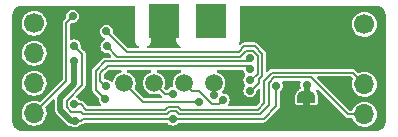
<source format=gbr>
%TF.GenerationSoftware,KiCad,Pcbnew,6.0.2+dfsg-1*%
%TF.CreationDate,2023-02-09T12:57:16+13:00*%
%TF.ProjectId,BRAWN-100_LOGIC,42524157-4e2d-4313-9030-5f4c4f474943,v1.0*%
%TF.SameCoordinates,Original*%
%TF.FileFunction,Copper,L4,Bot*%
%TF.FilePolarity,Positive*%
%FSLAX46Y46*%
G04 Gerber Fmt 4.6, Leading zero omitted, Abs format (unit mm)*
G04 Created by KiCad (PCBNEW 6.0.2+dfsg-1) date 2023-02-09 12:57:16*
%MOMM*%
%LPD*%
G01*
G04 APERTURE LIST*
G04 Aperture macros list*
%AMFreePoly0*
4,1,22,0.500000,-0.750000,0.000000,-0.750000,0.000000,-0.745033,-0.079941,-0.743568,-0.215256,-0.701293,-0.333266,-0.622738,-0.424486,-0.514219,-0.481581,-0.384460,-0.499164,-0.250000,-0.500000,-0.250000,-0.500000,0.250000,-0.499164,0.250000,-0.499963,0.256109,-0.478152,0.396186,-0.417904,0.524511,-0.324060,0.630769,-0.204165,0.706417,-0.067858,0.745374,0.000000,0.744959,0.000000,0.750000,
0.500000,0.750000,0.500000,-0.750000,0.500000,-0.750000,$1*%
%AMFreePoly1*
4,1,20,0.000000,0.744959,0.073905,0.744508,0.209726,0.703889,0.328688,0.626782,0.421226,0.519385,0.479903,0.390333,0.500000,0.250000,0.500000,-0.250000,0.499851,-0.262216,0.476331,-0.402017,0.414519,-0.529596,0.319384,-0.634700,0.198574,-0.708877,0.061801,-0.746166,0.000000,-0.745033,0.000000,-0.750000,-0.500000,-0.750000,-0.500000,0.750000,0.000000,0.750000,0.000000,0.744959,
0.000000,0.744959,$1*%
G04 Aperture macros list end*
%TA.AperFunction,SMDPad,CuDef*%
%ADD10C,1.500000*%
%TD*%
%TA.AperFunction,ConnectorPad*%
%ADD11R,2.500000X3.000000*%
%TD*%
%TA.AperFunction,ComponentPad*%
%ADD12C,1.400000*%
%TD*%
%TA.AperFunction,ComponentPad*%
%ADD13C,1.700000*%
%TD*%
%TA.AperFunction,ComponentPad*%
%ADD14O,1.700000X1.700000*%
%TD*%
%TA.AperFunction,SMDPad,CuDef*%
%ADD15FreePoly0,90.000000*%
%TD*%
%TA.AperFunction,SMDPad,CuDef*%
%ADD16FreePoly1,90.000000*%
%TD*%
%TA.AperFunction,ViaPad*%
%ADD17C,0.700000*%
%TD*%
%TA.AperFunction,Conductor*%
%ADD18C,0.200000*%
%TD*%
%TA.AperFunction,Conductor*%
%ADD19C,0.300000*%
%TD*%
%TA.AperFunction,Conductor*%
%ADD20C,0.500000*%
%TD*%
G04 APERTURE END LIST*
%TO.C,JP1*%
G36*
X209390247Y-153314866D02*
G01*
X208790247Y-153314866D01*
X208790247Y-152814866D01*
X209390247Y-152814866D01*
X209390247Y-153314866D01*
G37*
%TD*%
D10*
%TO.P,TP1,1,1*%
%TO.N,+3V3*%
X201270000Y-151270000D03*
%TD*%
%TO.P,TP2,1,1*%
%TO.N,/nRST*%
X198730000Y-151270000D03*
%TD*%
%TO.P,TP3,1,1*%
%TO.N,/SWDCLK*%
X196190000Y-151270000D03*
%TD*%
%TO.P,TP4,1,1*%
%TO.N,/SWDIO*%
X193665000Y-151270000D03*
%TD*%
D11*
%TO.P,H2,1,1*%
%TO.N,Net-(H2-Pad1)*%
X201000000Y-146000000D03*
D12*
X201000000Y-146000000D03*
%TD*%
D13*
%TO.P,J2,1,Pin_1*%
%TO.N,/MOTOR-*%
X186030000Y-146190000D03*
D14*
%TO.P,J2,2,Pin_2*%
%TO.N,/GATE_N1*%
X186030000Y-148730000D03*
%TO.P,J2,3,Pin_3*%
%TO.N,/MOTOR+*%
X186030000Y-151270000D03*
%TO.P,J2,4,Pin_4*%
%TO.N,/GATE_N2*%
X186030000Y-153810000D03*
%TD*%
D13*
%TO.P,J1,1,Pin_1*%
%TO.N,+BATT*%
X213995000Y-146290000D03*
D14*
%TO.P,J1,2,Pin_2*%
%TO.N,GND*%
X213995000Y-148830000D03*
%TO.P,J1,3,Pin_3*%
%TO.N,/GATE_P1*%
X213995000Y-151370000D03*
%TO.P,J1,4,Pin_4*%
%TO.N,/GATE_P2*%
X213995000Y-153910000D03*
%TD*%
D12*
%TO.P,H1,1,1*%
%TO.N,GND*%
X197000000Y-146000000D03*
D11*
X197000000Y-146000000D03*
%TD*%
D15*
%TO.P,JP1,1,A*%
%TO.N,GND*%
X209090247Y-153714866D03*
D16*
%TO.P,JP1,2,B*%
%TO.N,Net-(JP1-Pad2)*%
X209090247Y-152414866D03*
%TD*%
D17*
%TO.N,GND*%
X190550000Y-146775000D03*
X215200000Y-152625000D03*
X215125000Y-150075000D03*
X215150000Y-147675000D03*
X184700000Y-152600000D03*
X184750000Y-150075000D03*
X184800000Y-147450000D03*
X190775000Y-149725000D03*
X205925000Y-148450000D03*
X204425000Y-147450000D03*
X209450000Y-149750000D03*
X211300000Y-147600000D03*
X209950000Y-147600000D03*
X209900000Y-146350000D03*
X211300000Y-146200000D03*
X210150000Y-145050000D03*
X211200000Y-145050000D03*
X211250000Y-151050000D03*
X212275000Y-152250000D03*
X211700000Y-154946365D03*
X213050000Y-154950000D03*
X190450000Y-154949989D03*
X191747168Y-154952832D03*
X190425000Y-152350000D03*
%TO.N,/FET_N2*%
X192150000Y-146875000D03*
%TO.N,/FET_P2*%
X192200000Y-148150000D03*
%TO.N,/FET_P1*%
X192075000Y-152652450D03*
%TO.N,/FET_N1*%
X192100000Y-151500000D03*
%TO.N,GND*%
X194950000Y-150625000D03*
X197464976Y-150972644D03*
%TO.N,+3V3*%
X201244141Y-152275609D03*
%TO.N,/SWDIO*%
X199972881Y-152852432D03*
%TO.N,/SWDCLK*%
X197752122Y-152156781D03*
%TO.N,/nRST*%
X202036964Y-152700500D03*
%TO.N,/FET_P1*%
X204275000Y-149175000D03*
%TO.N,/FET_P2*%
X204300000Y-151000497D03*
%TO.N,/FET_N2*%
X204300000Y-151900000D03*
%TO.N,GND*%
X203727358Y-152652449D03*
%TO.N,/FET_N1*%
X204300000Y-150100994D03*
%TO.N,/GATE_P2*%
X189417803Y-148114866D03*
%TO.N,/GATE_P1*%
X189450000Y-153051969D03*
%TO.N,/GATE_N2*%
X189305113Y-145600000D03*
%TO.N,GND*%
X192490247Y-145589866D03*
X208796613Y-154955962D03*
X207840247Y-151439866D03*
X192490247Y-150639866D03*
X205497111Y-154950000D03*
X196200000Y-154950000D03*
X209750000Y-154950000D03*
X211315247Y-149739866D03*
X204275000Y-154950000D03*
%TO.N,+12V*%
X206540247Y-151489866D03*
X189440247Y-149414866D03*
X197775000Y-154300972D03*
X189490247Y-154439866D03*
%TO.N,Net-(JP1-Pad2)*%
X209115247Y-151439866D03*
%TD*%
D18*
%TO.N,/SWDCLK*%
X197752122Y-152156781D02*
X197076781Y-152156781D01*
X197076781Y-152156781D02*
X196190000Y-151270000D01*
%TO.N,/SWDIO*%
X199972881Y-152852432D02*
X195247432Y-152852432D01*
X195247432Y-152852432D02*
X193665000Y-151270000D01*
%TO.N,/GATE_P1*%
X205491217Y-151055342D02*
X206155724Y-150390835D01*
X205491216Y-152958784D02*
X205491217Y-151055342D01*
X204948551Y-153501449D02*
X205491216Y-152958784D01*
X206155724Y-150390835D02*
X213015835Y-150390835D01*
X213015835Y-150390835D02*
X213995000Y-151370000D01*
X203258832Y-153501449D02*
X204948551Y-153501449D01*
X203258321Y-153501960D02*
X203258832Y-153501449D01*
X198459542Y-153501960D02*
X203258321Y-153501960D01*
X197090969Y-153501449D02*
X197340465Y-153251953D01*
X197340465Y-153251953D02*
X198209535Y-153251953D01*
X198209535Y-153251953D02*
X198459542Y-153501960D01*
X190426449Y-153501449D02*
X197090969Y-153501449D01*
X189976969Y-153051969D02*
X190426449Y-153501449D01*
X189450000Y-153051969D02*
X189976969Y-153051969D01*
%TO.N,/GATE_P2*%
X197255972Y-153901452D02*
X197505963Y-153651461D01*
X203423807Y-153901480D02*
X203424318Y-153900969D01*
X196710466Y-153901452D02*
X197255972Y-153901452D01*
X190200969Y-153900969D02*
X196709983Y-153900969D01*
X196709983Y-153900969D02*
X196710466Y-153901452D01*
X190001481Y-153701481D02*
X190200969Y-153900969D01*
X190100000Y-148797063D02*
X190100000Y-151450000D01*
X198044037Y-153651461D02*
X198294056Y-153901480D01*
X189176481Y-153701481D02*
X190001481Y-153701481D01*
X188800000Y-153325000D02*
X189176481Y-153701481D01*
X188800000Y-152750000D02*
X188800000Y-153325000D01*
X197505963Y-153651461D02*
X198044037Y-153651461D01*
X190100000Y-151450000D02*
X188800000Y-152750000D01*
X189417803Y-148114866D02*
X190100000Y-148797063D01*
X198294056Y-153901480D02*
X203423807Y-153901480D01*
X205890736Y-153157126D02*
X205890736Y-151220829D01*
X203424318Y-153900969D02*
X203755291Y-153900970D01*
X209472307Y-150790355D02*
X212591952Y-153910000D01*
X203755291Y-153900970D02*
X205150000Y-153900969D01*
X205150000Y-153900969D02*
X205150000Y-153897862D01*
X205150000Y-153897862D02*
X205890736Y-153157126D01*
X205890736Y-151220829D02*
X206321210Y-150790355D01*
X206321210Y-150790355D02*
X209472307Y-150790355D01*
X212591952Y-153910000D02*
X213995000Y-153910000D01*
%TO.N,+12V*%
X197775000Y-154300972D02*
X197775028Y-154301000D01*
X203589293Y-154301000D02*
X203589804Y-154300489D01*
X205474511Y-154300489D02*
X206540247Y-153234753D01*
X197775028Y-154301000D02*
X203589293Y-154301000D01*
X203589804Y-154300489D02*
X205474511Y-154300489D01*
X206540247Y-153234753D02*
X206540247Y-151489866D01*
X197775000Y-154300972D02*
X196544980Y-154300972D01*
X196544980Y-154300972D02*
X196544497Y-154300489D01*
X196544497Y-154300489D02*
X190177737Y-154300489D01*
X190177737Y-154300489D02*
X190038360Y-154439866D01*
X190038360Y-154439866D02*
X189490247Y-154439866D01*
%TO.N,/nRST*%
X199410000Y-151950000D02*
X198730000Y-151270000D01*
X200000000Y-151950000D02*
X199410000Y-151950000D01*
X201102429Y-153052429D02*
X200000000Y-151950000D01*
X201697571Y-153052429D02*
X201102429Y-153052429D01*
X202036964Y-152713036D02*
X201697571Y-153052429D01*
X202036964Y-152700500D02*
X202036964Y-152713036D01*
%TO.N,/FET_N2*%
X192150000Y-146875000D02*
X193900951Y-148625951D01*
X193900951Y-148625951D02*
X203340495Y-148625951D01*
X203340495Y-148625951D02*
X203840476Y-148125970D01*
X203840476Y-148125970D02*
X204709522Y-148125970D01*
X205041697Y-150939856D02*
X205041697Y-151248059D01*
X205041697Y-151248059D02*
X204389756Y-151900000D01*
X204709522Y-148125970D02*
X205349030Y-148765476D01*
X205349030Y-148765476D02*
X205349031Y-150632522D01*
X205349031Y-150632522D02*
X205041697Y-150939856D01*
X204389756Y-151900000D02*
X204300000Y-151900000D01*
%TO.N,/FET_P2*%
X204300000Y-151000497D02*
X204416050Y-151000497D01*
X204416050Y-151000497D02*
X204949511Y-150467036D01*
X204949511Y-150467036D02*
X204949511Y-148930963D01*
X204949511Y-148930963D02*
X204544037Y-148525489D01*
X204544037Y-148525489D02*
X204005963Y-148525489D01*
X204005963Y-148525489D02*
X203505981Y-149025471D01*
X203505981Y-149025471D02*
X193075471Y-149025471D01*
X193075471Y-149025471D02*
X192200000Y-148150000D01*
%TO.N,/FET_P1*%
X204275000Y-149175000D02*
X204025009Y-149424991D01*
X204025009Y-149424991D02*
X192050009Y-149424991D01*
X192050009Y-149424991D02*
X191250480Y-150224520D01*
X191250480Y-150224520D02*
X191250480Y-151215486D01*
X191250480Y-151215486D02*
X191250000Y-151215966D01*
X191250000Y-151215966D02*
X191250000Y-151827450D01*
X191250000Y-151827450D02*
X192075000Y-152652450D01*
%TO.N,/FET_N1*%
X204300000Y-150100994D02*
X204300000Y-150100000D01*
X204300000Y-150100000D02*
X204024511Y-149824511D01*
X191650000Y-151050000D02*
X192100000Y-151500000D01*
X204024511Y-149824511D02*
X192250489Y-149824511D01*
X192250489Y-149824511D02*
X191650000Y-150425000D01*
X191650000Y-150425000D02*
X191650000Y-151050000D01*
D19*
%TO.N,/FET_P2*%
X204300000Y-151000497D02*
X204345339Y-151000497D01*
%TO.N,+3V3*%
X201244141Y-152275609D02*
X201270000Y-152249750D01*
X201270000Y-152249750D02*
X201270000Y-151270000D01*
D18*
%TO.N,/GATE_N2*%
X188768292Y-148383903D02*
X188768292Y-146136821D01*
X186030000Y-153810000D02*
X188775000Y-151065000D01*
X188775000Y-151065000D02*
X188775000Y-148390611D01*
X188768292Y-146136821D02*
X189305113Y-145600000D01*
X188775000Y-148390611D02*
X188768292Y-148383903D01*
D20*
%TO.N,+12V*%
X189440247Y-149414866D02*
X189440247Y-151332615D01*
X188250480Y-153552618D02*
X189137728Y-154439866D01*
X189137728Y-154439866D02*
X189490247Y-154439866D01*
X188250481Y-152522381D02*
X188250480Y-153552618D01*
X189440247Y-151332615D02*
X188250481Y-152522381D01*
%TO.N,Net-(JP1-Pad2)*%
X209115247Y-151439866D02*
X209115247Y-152389866D01*
%TD*%
%TA.AperFunction,Conductor*%
%TO.N,GND*%
G36*
X194492121Y-144720002D02*
G01*
X194538614Y-144773658D01*
X194550000Y-144826000D01*
X194550000Y-147462688D01*
X194546746Y-147491137D01*
X194544858Y-147499284D01*
X194544857Y-147500000D01*
X194546439Y-147506937D01*
X194546602Y-147508391D01*
X194548726Y-147521460D01*
X194560129Y-147637224D01*
X194561924Y-147643140D01*
X194561924Y-147643142D01*
X194571614Y-147675087D01*
X194600155Y-147769175D01*
X194633035Y-147830688D01*
X194659395Y-147880004D01*
X194665155Y-147890781D01*
X194669080Y-147895564D01*
X194669081Y-147895565D01*
X194690186Y-147921281D01*
X194752631Y-147997369D01*
X194859219Y-148084845D01*
X194865739Y-148088330D01*
X194866191Y-148088774D01*
X194869825Y-148091202D01*
X194869364Y-148091891D01*
X194916386Y-148138082D01*
X194932095Y-148207319D01*
X194907879Y-148274057D01*
X194851425Y-148317109D01*
X194806341Y-148325451D01*
X194077613Y-148325451D01*
X194009492Y-148305449D01*
X193988518Y-148288546D01*
X192734031Y-147034059D01*
X192700005Y-146971747D01*
X192698204Y-146928517D01*
X192704172Y-146883187D01*
X192705250Y-146875000D01*
X192686330Y-146731291D01*
X192630861Y-146597375D01*
X192542621Y-146482379D01*
X192427625Y-146394139D01*
X192293709Y-146338670D01*
X192150000Y-146319750D01*
X192006291Y-146338670D01*
X191872375Y-146394139D01*
X191757379Y-146482379D01*
X191669139Y-146597375D01*
X191613670Y-146731291D01*
X191594750Y-146875000D01*
X191613670Y-147018709D01*
X191669139Y-147152625D01*
X191757379Y-147267621D01*
X191872375Y-147355861D01*
X191880002Y-147359020D01*
X191880007Y-147359023D01*
X191994499Y-147406446D01*
X192049781Y-147450994D01*
X192072202Y-147518357D01*
X192054644Y-147587148D01*
X192002682Y-147635527D01*
X191994500Y-147639264D01*
X191985138Y-147643142D01*
X191922375Y-147669139D01*
X191807379Y-147757379D01*
X191719139Y-147872375D01*
X191663670Y-148006291D01*
X191644750Y-148150000D01*
X191663670Y-148293709D01*
X191719139Y-148427625D01*
X191807379Y-148542621D01*
X191922375Y-148630861D01*
X192056291Y-148686330D01*
X192200000Y-148705250D01*
X192253519Y-148698204D01*
X192323667Y-148709143D01*
X192359060Y-148734031D01*
X192534425Y-148909396D01*
X192568451Y-148971708D01*
X192563386Y-149042523D01*
X192520839Y-149099359D01*
X192454319Y-149124170D01*
X192445330Y-149124491D01*
X192102379Y-149124491D01*
X192099704Y-149124295D01*
X192094667Y-149122565D01*
X192045739Y-149124402D01*
X192041012Y-149124491D01*
X192022061Y-149124491D01*
X192017328Y-149125373D01*
X192013801Y-149125601D01*
X191994429Y-149126328D01*
X191994427Y-149126329D01*
X191982801Y-149126765D01*
X191972109Y-149131359D01*
X191967506Y-149132396D01*
X191955795Y-149135953D01*
X191951392Y-149137652D01*
X191939956Y-149139782D01*
X191918970Y-149152718D01*
X191902598Y-149161222D01*
X191888118Y-149167443D01*
X191888113Y-149167446D01*
X191879946Y-149170955D01*
X191875060Y-149174968D01*
X191872877Y-149177151D01*
X191870601Y-149179215D01*
X191870455Y-149179054D01*
X191861469Y-149186157D01*
X191854562Y-149192420D01*
X191844661Y-149198523D01*
X191837622Y-149207780D01*
X191837620Y-149207782D01*
X191828102Y-149220300D01*
X191816899Y-149233130D01*
X191075028Y-149975001D01*
X191072994Y-149976757D01*
X191068211Y-149979095D01*
X191060299Y-149987624D01*
X191060298Y-149987625D01*
X191034907Y-150014997D01*
X191031627Y-150018402D01*
X191018232Y-150031797D01*
X191015508Y-150035767D01*
X191013183Y-150038415D01*
X190999988Y-150052639D01*
X190999986Y-150052642D01*
X190992079Y-150061166D01*
X190987769Y-150071970D01*
X190985247Y-150075959D01*
X190979486Y-150086747D01*
X190977569Y-150091072D01*
X190970988Y-150100666D01*
X190968302Y-150111985D01*
X190968301Y-150111987D01*
X190965297Y-150124647D01*
X190959732Y-150142244D01*
X190953892Y-150156882D01*
X190950597Y-150165142D01*
X190949980Y-150171435D01*
X190949980Y-150174514D01*
X190949830Y-150177587D01*
X190949614Y-150177576D01*
X190948282Y-150188951D01*
X190947826Y-150198266D01*
X190945140Y-150209586D01*
X190946709Y-150221115D01*
X190946709Y-150221116D01*
X190948829Y-150236693D01*
X190949980Y-150253684D01*
X190949980Y-151153062D01*
X190949830Y-151159214D01*
X190949801Y-151159814D01*
X190949500Y-151162881D01*
X190949500Y-151165965D01*
X190949350Y-151169033D01*
X190949134Y-151169022D01*
X190947802Y-151180397D01*
X190947346Y-151189712D01*
X190944660Y-151201032D01*
X190946229Y-151212561D01*
X190946229Y-151212562D01*
X190948349Y-151228139D01*
X190949500Y-151245130D01*
X190949500Y-151775084D01*
X190949304Y-151777757D01*
X190947575Y-151782792D01*
X190948011Y-151794414D01*
X190948011Y-151794416D01*
X190949411Y-151831705D01*
X190949500Y-151836431D01*
X190949500Y-151855398D01*
X190950382Y-151860133D01*
X190950610Y-151863659D01*
X190951774Y-151894658D01*
X190956364Y-151905343D01*
X190957401Y-151909943D01*
X190960962Y-151921664D01*
X190962661Y-151926067D01*
X190964791Y-151937503D01*
X190970895Y-151947405D01*
X190977727Y-151958489D01*
X190986231Y-151974861D01*
X190992451Y-151989338D01*
X190992453Y-151989342D01*
X190995964Y-151997513D01*
X190999978Y-152002399D01*
X191002163Y-152004584D01*
X191004215Y-152006847D01*
X191004055Y-152006992D01*
X191011175Y-152015999D01*
X191017427Y-152022894D01*
X191023532Y-152032798D01*
X191037881Y-152043709D01*
X191045307Y-152049356D01*
X191058136Y-152060557D01*
X191490970Y-152493392D01*
X191524995Y-152555704D01*
X191526796Y-152598931D01*
X191519750Y-152652450D01*
X191538670Y-152796159D01*
X191594139Y-152930075D01*
X191646448Y-152998245D01*
X191672049Y-153064465D01*
X191657784Y-153134014D01*
X191608183Y-153184810D01*
X191546486Y-153200949D01*
X190603112Y-153200949D01*
X190534991Y-153180947D01*
X190514017Y-153164045D01*
X190226485Y-152876514D01*
X190224732Y-152874484D01*
X190222394Y-152869700D01*
X190206550Y-152855002D01*
X190186492Y-152836396D01*
X190183087Y-152833116D01*
X190169692Y-152819721D01*
X190165722Y-152816997D01*
X190163074Y-152814672D01*
X190148850Y-152801477D01*
X190148847Y-152801475D01*
X190140323Y-152793568D01*
X190129519Y-152789258D01*
X190125530Y-152786736D01*
X190114742Y-152780975D01*
X190110417Y-152779058D01*
X190100823Y-152772477D01*
X190089504Y-152769791D01*
X190089502Y-152769790D01*
X190076842Y-152766786D01*
X190059245Y-152761221D01*
X190044607Y-152755381D01*
X190044604Y-152755380D01*
X190036347Y-152752086D01*
X190030054Y-152751469D01*
X190026975Y-152751469D01*
X190023902Y-152751319D01*
X190023913Y-152751103D01*
X190012538Y-152749771D01*
X190003223Y-152749315D01*
X189991903Y-152746629D01*
X189980374Y-152748198D01*
X189968757Y-152747630D01*
X189968947Y-152743752D01*
X189919615Y-152736274D01*
X189872869Y-152698768D01*
X189842621Y-152659348D01*
X189727625Y-152571108D01*
X189719998Y-152567949D01*
X189719993Y-152567946D01*
X189672909Y-152548444D01*
X189617628Y-152503896D01*
X189595206Y-152436533D01*
X189612764Y-152367742D01*
X189632031Y-152342940D01*
X190275452Y-151699519D01*
X190277486Y-151697763D01*
X190282269Y-151695425D01*
X190291801Y-151685150D01*
X190315573Y-151659523D01*
X190318853Y-151656118D01*
X190332248Y-151642723D01*
X190334972Y-151638753D01*
X190337297Y-151636105D01*
X190350490Y-151621882D01*
X190358401Y-151613354D01*
X190362713Y-151602547D01*
X190365232Y-151598562D01*
X190371004Y-151587753D01*
X190372911Y-151583448D01*
X190379493Y-151573854D01*
X190385186Y-151549864D01*
X190390751Y-151532268D01*
X190396586Y-151517642D01*
X190399883Y-151509378D01*
X190400500Y-151503085D01*
X190400500Y-151500000D01*
X190400650Y-151496933D01*
X190400866Y-151496944D01*
X190402198Y-151485569D01*
X190402653Y-151476255D01*
X190405340Y-151464934D01*
X190403342Y-151450249D01*
X190401651Y-151437827D01*
X190400500Y-151420836D01*
X190400500Y-148849429D01*
X190400696Y-148846756D01*
X190402425Y-148841721D01*
X190400589Y-148792807D01*
X190400500Y-148788081D01*
X190400500Y-148769115D01*
X190399619Y-148764380D01*
X190399390Y-148760853D01*
X190398662Y-148741478D01*
X190398226Y-148729854D01*
X190393634Y-148719167D01*
X190392595Y-148714555D01*
X190389043Y-148702863D01*
X190387339Y-148698446D01*
X190385209Y-148687010D01*
X190372272Y-148666022D01*
X190363769Y-148649652D01*
X190357549Y-148635175D01*
X190357547Y-148635171D01*
X190354036Y-148627000D01*
X190350022Y-148622114D01*
X190347837Y-148619929D01*
X190345785Y-148617666D01*
X190345945Y-148617521D01*
X190338825Y-148608514D01*
X190332573Y-148601619D01*
X190326468Y-148591715D01*
X190304680Y-148575147D01*
X190291861Y-148563953D01*
X190001834Y-148273926D01*
X189967808Y-148211614D01*
X189966007Y-148168384D01*
X189967350Y-148158188D01*
X189973053Y-148114866D01*
X189954133Y-147971157D01*
X189898664Y-147837241D01*
X189810424Y-147722245D01*
X189695428Y-147634005D01*
X189561512Y-147578536D01*
X189417803Y-147559616D01*
X189274094Y-147578536D01*
X189266460Y-147581698D01*
X189243009Y-147591411D01*
X189172419Y-147599000D01*
X189108932Y-147567220D01*
X189072706Y-147506161D01*
X189068792Y-147475002D01*
X189068792Y-146313482D01*
X189088794Y-146245361D01*
X189105697Y-146224387D01*
X189146053Y-146184031D01*
X189208365Y-146150005D01*
X189251593Y-146148204D01*
X189305113Y-146155250D01*
X189448822Y-146136330D01*
X189582738Y-146080861D01*
X189697734Y-145992621D01*
X189785974Y-145877625D01*
X189841443Y-145743709D01*
X189860363Y-145600000D01*
X189841443Y-145456291D01*
X189785974Y-145322375D01*
X189697734Y-145207379D01*
X189582738Y-145119139D01*
X189448822Y-145063670D01*
X189305113Y-145044750D01*
X189161404Y-145063670D01*
X189027488Y-145119139D01*
X188912492Y-145207379D01*
X188824252Y-145322375D01*
X188768783Y-145456291D01*
X188749863Y-145600000D01*
X188751350Y-145611290D01*
X188756909Y-145653518D01*
X188745970Y-145723667D01*
X188721082Y-145759060D01*
X188592840Y-145887302D01*
X188590806Y-145889058D01*
X188586023Y-145891396D01*
X188578111Y-145899925D01*
X188578110Y-145899926D01*
X188552719Y-145927298D01*
X188549439Y-145930703D01*
X188536044Y-145944098D01*
X188533320Y-145948068D01*
X188530995Y-145950716D01*
X188517800Y-145964940D01*
X188517798Y-145964943D01*
X188509891Y-145973467D01*
X188505581Y-145984271D01*
X188503059Y-145988260D01*
X188497298Y-145999048D01*
X188495381Y-146003373D01*
X188488800Y-146012967D01*
X188486114Y-146024286D01*
X188486113Y-146024288D01*
X188483109Y-146036948D01*
X188477544Y-146054545D01*
X188468409Y-146077443D01*
X188467792Y-146083736D01*
X188467792Y-146086815D01*
X188467642Y-146089888D01*
X188467426Y-146089877D01*
X188466094Y-146101252D01*
X188465638Y-146110567D01*
X188462952Y-146121887D01*
X188464521Y-146133416D01*
X188464521Y-146133417D01*
X188466641Y-146148994D01*
X188467792Y-146165985D01*
X188467792Y-148331537D01*
X188467596Y-148334210D01*
X188465867Y-148339245D01*
X188466303Y-148350867D01*
X188466303Y-148350869D01*
X188467703Y-148388158D01*
X188467792Y-148392884D01*
X188467792Y-148411851D01*
X188468674Y-148416586D01*
X188468902Y-148420112D01*
X188469629Y-148439486D01*
X188469630Y-148439489D01*
X188470066Y-148451111D01*
X188472444Y-148456646D01*
X188474500Y-148475119D01*
X188474500Y-150888339D01*
X188454498Y-150956460D01*
X188437595Y-150977434D01*
X186595734Y-152819295D01*
X186533422Y-152853321D01*
X186462607Y-152848256D01*
X186446717Y-152841039D01*
X186444480Y-152839830D01*
X186444478Y-152839829D01*
X186439055Y-152836897D01*
X186242254Y-152775977D01*
X186236129Y-152775333D01*
X186236128Y-152775333D01*
X186043498Y-152755087D01*
X186043496Y-152755087D01*
X186037369Y-152754443D01*
X185962889Y-152761221D01*
X185838342Y-152772555D01*
X185838339Y-152772556D01*
X185832203Y-152773114D01*
X185634572Y-152831280D01*
X185452002Y-152926726D01*
X185447201Y-152930586D01*
X185447198Y-152930588D01*
X185296254Y-153051950D01*
X185291447Y-153055815D01*
X185159024Y-153213630D01*
X185156056Y-153219028D01*
X185156053Y-153219033D01*
X185079322Y-153358607D01*
X185059776Y-153394162D01*
X184997484Y-153590532D01*
X184996798Y-153596649D01*
X184996797Y-153596653D01*
X184978950Y-153755768D01*
X184974520Y-153795262D01*
X184975036Y-153801406D01*
X184983861Y-153906494D01*
X184991759Y-154000553D01*
X184993458Y-154006478D01*
X185046707Y-154192178D01*
X185048544Y-154198586D01*
X185051359Y-154204063D01*
X185051360Y-154204066D01*
X185139897Y-154376341D01*
X185142712Y-154381818D01*
X185270677Y-154543270D01*
X185275370Y-154547264D01*
X185275371Y-154547265D01*
X185419310Y-154669766D01*
X185427564Y-154676791D01*
X185432942Y-154679797D01*
X185432944Y-154679798D01*
X185476308Y-154704033D01*
X185607398Y-154777297D01*
X185669481Y-154797469D01*
X185797471Y-154839056D01*
X185797475Y-154839057D01*
X185803329Y-154840959D01*
X186007894Y-154865351D01*
X186014029Y-154864879D01*
X186014031Y-154864879D01*
X186070039Y-154860569D01*
X186213300Y-154849546D01*
X186219230Y-154847890D01*
X186219232Y-154847890D01*
X186386249Y-154801258D01*
X186411725Y-154794145D01*
X186417214Y-154791372D01*
X186417220Y-154791370D01*
X186574069Y-154712139D01*
X186595610Y-154701258D01*
X186605026Y-154693902D01*
X186720831Y-154603425D01*
X186757951Y-154574424D01*
X186763576Y-154567908D01*
X186888540Y-154423134D01*
X186888540Y-154423133D01*
X186892564Y-154418472D01*
X186913387Y-154381818D01*
X186940840Y-154333491D01*
X186994323Y-154239344D01*
X187059351Y-154043863D01*
X187085171Y-153839474D01*
X187085583Y-153810000D01*
X187065480Y-153604970D01*
X187005935Y-153407749D01*
X187003043Y-153402310D01*
X187003041Y-153402305D01*
X186998083Y-153392980D01*
X186983764Y-153323442D01*
X187009313Y-153257202D01*
X187020240Y-153244733D01*
X187584886Y-152680087D01*
X187647198Y-152646061D01*
X187718013Y-152651126D01*
X187774849Y-152693673D01*
X187799660Y-152760193D01*
X187799981Y-152769176D01*
X187799980Y-153151950D01*
X187799980Y-153518398D01*
X187799107Y-153533207D01*
X187795116Y-153566928D01*
X187796808Y-153576192D01*
X187796808Y-153576193D01*
X187805652Y-153624619D01*
X187806302Y-153628522D01*
X187815031Y-153686580D01*
X187818159Y-153693093D01*
X187819455Y-153700191D01*
X187846505Y-153752265D01*
X187848248Y-153755755D01*
X187873671Y-153808697D01*
X187878557Y-153813983D01*
X187878590Y-153814031D01*
X187881901Y-153820406D01*
X187886205Y-153825446D01*
X187923432Y-153862673D01*
X187926861Y-153866238D01*
X187965626Y-153908174D01*
X187971985Y-153911867D01*
X187978143Y-153917384D01*
X188794975Y-154734216D01*
X188804829Y-154745305D01*
X188820021Y-154764575D01*
X188825856Y-154771976D01*
X188833603Y-154777331D01*
X188833605Y-154777332D01*
X188874103Y-154805321D01*
X188877325Y-154807623D01*
X188910988Y-154832487D01*
X188924544Y-154842500D01*
X188931360Y-154844893D01*
X188937297Y-154848997D01*
X188946277Y-154851837D01*
X188946279Y-154851838D01*
X188966445Y-154858216D01*
X188993247Y-154866692D01*
X188996978Y-154867937D01*
X189043465Y-154884262D01*
X189043467Y-154884262D01*
X189052359Y-154887385D01*
X189059547Y-154887667D01*
X189059606Y-154887678D01*
X189066458Y-154889846D01*
X189073065Y-154890366D01*
X189125742Y-154890366D01*
X189130687Y-154890463D01*
X189135474Y-154890651D01*
X189197958Y-154913238D01*
X189198920Y-154911571D01*
X189206068Y-154915698D01*
X189212622Y-154920727D01*
X189346538Y-154976196D01*
X189490247Y-154995116D01*
X189633956Y-154976196D01*
X189767872Y-154920727D01*
X189882868Y-154832487D01*
X189914790Y-154790885D01*
X189972127Y-154749018D01*
X190010026Y-154741678D01*
X190037723Y-154740639D01*
X190042616Y-154740455D01*
X190047341Y-154740366D01*
X190066308Y-154740366D01*
X190071043Y-154739484D01*
X190074569Y-154739256D01*
X190078309Y-154739115D01*
X190105568Y-154738092D01*
X190116253Y-154733502D01*
X190120853Y-154732465D01*
X190132574Y-154728904D01*
X190136977Y-154727205D01*
X190148413Y-154725075D01*
X190169401Y-154712138D01*
X190185771Y-154703635D01*
X190200248Y-154697415D01*
X190200252Y-154697413D01*
X190208423Y-154693902D01*
X190213309Y-154689888D01*
X190215494Y-154687703D01*
X190217757Y-154685651D01*
X190217902Y-154685811D01*
X190226909Y-154678691D01*
X190233804Y-154672439D01*
X190243708Y-154666334D01*
X190255581Y-154650720D01*
X190312736Y-154608604D01*
X190355876Y-154600989D01*
X196482014Y-154600989D01*
X196488166Y-154601139D01*
X196488830Y-154601171D01*
X196491895Y-154601472D01*
X196494978Y-154601472D01*
X196498047Y-154601622D01*
X196498036Y-154601838D01*
X196509411Y-154603170D01*
X196518726Y-154603626D01*
X196530046Y-154606312D01*
X196541575Y-154604743D01*
X196541576Y-154604743D01*
X196557153Y-154602623D01*
X196574144Y-154601472D01*
X197249556Y-154601472D01*
X197317677Y-154621474D01*
X197349518Y-154650768D01*
X197364096Y-154669766D01*
X197382379Y-154693593D01*
X197497375Y-154781833D01*
X197631291Y-154837302D01*
X197775000Y-154856222D01*
X197918709Y-154837302D01*
X198052625Y-154781833D01*
X198167621Y-154693593D01*
X198200462Y-154650794D01*
X198257800Y-154608928D01*
X198300423Y-154601500D01*
X203536927Y-154601500D01*
X203539600Y-154601696D01*
X203544635Y-154603425D01*
X203556257Y-154602989D01*
X203556259Y-154602989D01*
X203593548Y-154601589D01*
X203598274Y-154601500D01*
X203617241Y-154601500D01*
X203619067Y-154601160D01*
X203622775Y-154600989D01*
X205422145Y-154600989D01*
X205424818Y-154601185D01*
X205429853Y-154602914D01*
X205441475Y-154602478D01*
X205441477Y-154602478D01*
X205478766Y-154601078D01*
X205483492Y-154600989D01*
X205502459Y-154600989D01*
X205507194Y-154600107D01*
X205510720Y-154599879D01*
X205514460Y-154599738D01*
X205541719Y-154598715D01*
X205552404Y-154594125D01*
X205557004Y-154593088D01*
X205568725Y-154589527D01*
X205573128Y-154587828D01*
X205584564Y-154585698D01*
X205605552Y-154572761D01*
X205621922Y-154564258D01*
X205636399Y-154558038D01*
X205636403Y-154558036D01*
X205644574Y-154554525D01*
X205649460Y-154550511D01*
X205651645Y-154548326D01*
X205653908Y-154546274D01*
X205654053Y-154546434D01*
X205663060Y-154539314D01*
X205669955Y-154533062D01*
X205679859Y-154526957D01*
X205696427Y-154505169D01*
X205707621Y-154492350D01*
X206715703Y-153484269D01*
X206717734Y-153482515D01*
X206722516Y-153480178D01*
X206755807Y-153444290D01*
X206759087Y-153440885D01*
X206772495Y-153427477D01*
X206775225Y-153423498D01*
X206777533Y-153420869D01*
X206798648Y-153398107D01*
X206802959Y-153387300D01*
X206805485Y-153383305D01*
X206811248Y-153372511D01*
X206813159Y-153368199D01*
X206819739Y-153358607D01*
X206825430Y-153334626D01*
X206830995Y-153317029D01*
X206836835Y-153302391D01*
X206836836Y-153302388D01*
X206840130Y-153294131D01*
X206840747Y-153287838D01*
X206840747Y-153284759D01*
X206840897Y-153281686D01*
X206841113Y-153281697D01*
X206842445Y-153270322D01*
X206842901Y-153261007D01*
X206845587Y-153249687D01*
X206841898Y-153222580D01*
X206840747Y-153205589D01*
X206840747Y-152015310D01*
X206860749Y-151947189D01*
X206890043Y-151915348D01*
X206926318Y-151887513D01*
X206932868Y-151882487D01*
X207021108Y-151767491D01*
X207076577Y-151633575D01*
X207095497Y-151489866D01*
X207076577Y-151346157D01*
X207042991Y-151265072D01*
X207035402Y-151194483D01*
X207067181Y-151130996D01*
X207128239Y-151094769D01*
X207159400Y-151090855D01*
X208475383Y-151090855D01*
X208543504Y-151110857D01*
X208589997Y-151164513D01*
X208600101Y-151234787D01*
X208591792Y-151265072D01*
X208582079Y-151288523D01*
X208578917Y-151296157D01*
X208559997Y-151439866D01*
X208578917Y-151583575D01*
X208582078Y-151591206D01*
X208593746Y-151619377D01*
X208601334Y-151689967D01*
X208569553Y-151753454D01*
X208529487Y-151782294D01*
X208525343Y-151784178D01*
X208487557Y-151801358D01*
X208487553Y-151801360D01*
X208483478Y-151803213D01*
X208465635Y-151814624D01*
X208438926Y-151831705D01*
X208434649Y-151834440D01*
X208431257Y-151837363D01*
X208431254Y-151837365D01*
X208340052Y-151915950D01*
X208326148Y-151927930D01*
X208323209Y-151931299D01*
X208323205Y-151931303D01*
X208309821Y-151946646D01*
X208288045Y-151971608D01*
X208285602Y-151975376D01*
X208285602Y-151975377D01*
X208280574Y-151983134D01*
X208210145Y-152091793D01*
X208185833Y-152144411D01*
X208184548Y-152148709D01*
X208184545Y-152148716D01*
X208152659Y-152255340D01*
X208144797Y-152281629D01*
X208136230Y-152338952D01*
X208136054Y-152367742D01*
X208135452Y-152466361D01*
X208135355Y-152482173D01*
X208135694Y-152484646D01*
X208135819Y-152488501D01*
X208135819Y-152914866D01*
X208151380Y-152993097D01*
X208195695Y-153059418D01*
X208262016Y-153103733D01*
X208274185Y-153106154D01*
X208274186Y-153106154D01*
X208297710Y-153110833D01*
X208340247Y-153119294D01*
X208775727Y-153119294D01*
X208795110Y-153120794D01*
X208796614Y-153121028D01*
X208802626Y-153121964D01*
X208807092Y-153122019D01*
X208807097Y-153122019D01*
X208834205Y-153122350D01*
X208860582Y-153122672D01*
X208865024Y-153122091D01*
X208865027Y-153122091D01*
X208878278Y-153120358D01*
X208894615Y-153119294D01*
X209275727Y-153119294D01*
X209295110Y-153120794D01*
X209296614Y-153121028D01*
X209302626Y-153121964D01*
X209307092Y-153122019D01*
X209307097Y-153122019D01*
X209334205Y-153122350D01*
X209360582Y-153122672D01*
X209365024Y-153122091D01*
X209365027Y-153122091D01*
X209378278Y-153120358D01*
X209394615Y-153119294D01*
X209840247Y-153119294D01*
X209882784Y-153110833D01*
X209906308Y-153106154D01*
X209906309Y-153106154D01*
X209918478Y-153103733D01*
X209984799Y-153059418D01*
X210029114Y-152993097D01*
X210044675Y-152914866D01*
X210044675Y-152424711D01*
X210044696Y-152422402D01*
X210045828Y-152360650D01*
X210045910Y-152356177D01*
X210041979Y-152324622D01*
X210039298Y-152303095D01*
X210039297Y-152303091D01*
X210038745Y-152298658D01*
X210001072Y-152160478D01*
X209996550Y-152150027D01*
X209979834Y-152111400D01*
X209979832Y-152111397D01*
X209978053Y-152107285D01*
X209947354Y-152057286D01*
X209922825Y-152017337D01*
X209904227Y-151948820D01*
X209925624Y-151881125D01*
X209980224Y-151835744D01*
X210050691Y-151827086D01*
X210119295Y-151862314D01*
X211235105Y-152978125D01*
X212342436Y-154085456D01*
X212344190Y-154087487D01*
X212346527Y-154092269D01*
X212355056Y-154100181D01*
X212355057Y-154100182D01*
X212382415Y-154125560D01*
X212385820Y-154128840D01*
X212399228Y-154142248D01*
X212403207Y-154144978D01*
X212405836Y-154147286D01*
X212428598Y-154168401D01*
X212439405Y-154172712D01*
X212443400Y-154175238D01*
X212454194Y-154181001D01*
X212458506Y-154182912D01*
X212468098Y-154189492D01*
X212479415Y-154192178D01*
X212479416Y-154192178D01*
X212492079Y-154195183D01*
X212509676Y-154200748D01*
X212524314Y-154206588D01*
X212524317Y-154206589D01*
X212532574Y-154209883D01*
X212538867Y-154210500D01*
X212541946Y-154210500D01*
X212545019Y-154210650D01*
X212545008Y-154210866D01*
X212556383Y-154212198D01*
X212565698Y-154212654D01*
X212577018Y-154215340D01*
X212588547Y-154213771D01*
X212588548Y-154213771D01*
X212604125Y-154211651D01*
X212621116Y-154210500D01*
X212893686Y-154210500D01*
X212961807Y-154230502D01*
X213010840Y-154290121D01*
X213011843Y-154292655D01*
X213013544Y-154298586D01*
X213072403Y-154413114D01*
X213098325Y-154463552D01*
X213107712Y-154481818D01*
X213235677Y-154643270D01*
X213240370Y-154647264D01*
X213240371Y-154647265D01*
X213352027Y-154742291D01*
X213392564Y-154776791D01*
X213397942Y-154779797D01*
X213397944Y-154779798D01*
X213447731Y-154807623D01*
X213572398Y-154877297D01*
X213667238Y-154908112D01*
X213762471Y-154939056D01*
X213762475Y-154939057D01*
X213768329Y-154940959D01*
X213972894Y-154965351D01*
X213979029Y-154964879D01*
X213979031Y-154964879D01*
X214035039Y-154960569D01*
X214178300Y-154949546D01*
X214184230Y-154947890D01*
X214184232Y-154947890D01*
X214370797Y-154895800D01*
X214370796Y-154895800D01*
X214376725Y-154894145D01*
X214382214Y-154891372D01*
X214382220Y-154891370D01*
X214548009Y-154807623D01*
X214560610Y-154801258D01*
X214569551Y-154794273D01*
X214646420Y-154734216D01*
X214722951Y-154674424D01*
X214728544Y-154667945D01*
X214853540Y-154523134D01*
X214853540Y-154523133D01*
X214857564Y-154518472D01*
X214862132Y-154510432D01*
X214896056Y-154450714D01*
X214959323Y-154339344D01*
X215024351Y-154143863D01*
X215050171Y-153939474D01*
X215050583Y-153910000D01*
X215030480Y-153704970D01*
X214970935Y-153507749D01*
X214874218Y-153325849D01*
X214776136Y-153205589D01*
X214747906Y-153170975D01*
X214747903Y-153170972D01*
X214744011Y-153166200D01*
X214737173Y-153160543D01*
X214590025Y-153038811D01*
X214590021Y-153038809D01*
X214585275Y-153034882D01*
X214404055Y-152936897D01*
X214207254Y-152875977D01*
X214201129Y-152875333D01*
X214201128Y-152875333D01*
X214008498Y-152855087D01*
X214008496Y-152855087D01*
X214002369Y-152854443D01*
X213921670Y-152861787D01*
X213803342Y-152872555D01*
X213803339Y-152872556D01*
X213797203Y-152873114D01*
X213599572Y-152931280D01*
X213417002Y-153026726D01*
X213412201Y-153030586D01*
X213412198Y-153030588D01*
X213286160Y-153131925D01*
X213256447Y-153155815D01*
X213124024Y-153313630D01*
X213121056Y-153319028D01*
X213121053Y-153319033D01*
X213054065Y-153440885D01*
X213024776Y-153494162D01*
X213018595Y-153513649D01*
X213016073Y-153521598D01*
X212976410Y-153580482D01*
X212911208Y-153608575D01*
X212895971Y-153609500D01*
X212768613Y-153609500D01*
X212700492Y-153589498D01*
X212679518Y-153572595D01*
X210013353Y-150906430D01*
X209979327Y-150844118D01*
X209984392Y-150773303D01*
X210026939Y-150716467D01*
X210093459Y-150691656D01*
X210102448Y-150691335D01*
X212839174Y-150691335D01*
X212907295Y-150711337D01*
X212928269Y-150728240D01*
X213003789Y-150803760D01*
X213037815Y-150866072D01*
X213032750Y-150936887D01*
X213029949Y-150942999D01*
X213030173Y-150943095D01*
X213027743Y-150948765D01*
X213024776Y-150954162D01*
X212962484Y-151150532D01*
X212961798Y-151156649D01*
X212961797Y-151156653D01*
X212945231Y-151304346D01*
X212939520Y-151355262D01*
X212940036Y-151361406D01*
X212955342Y-151543675D01*
X212956759Y-151560553D01*
X212958458Y-151566478D01*
X213010986Y-151749664D01*
X213013544Y-151758586D01*
X213016359Y-151764063D01*
X213016360Y-151764066D01*
X213104897Y-151936341D01*
X213107712Y-151941818D01*
X213235677Y-152103270D01*
X213240370Y-152107264D01*
X213240371Y-152107265D01*
X213383988Y-152229492D01*
X213392564Y-152236791D01*
X213397942Y-152239797D01*
X213397944Y-152239798D01*
X213465098Y-152277329D01*
X213572398Y-152337297D01*
X213630505Y-152356177D01*
X213762471Y-152399056D01*
X213762475Y-152399057D01*
X213768329Y-152400959D01*
X213972894Y-152425351D01*
X213979029Y-152424879D01*
X213979031Y-152424879D01*
X214035039Y-152420569D01*
X214178300Y-152409546D01*
X214184230Y-152407890D01*
X214184232Y-152407890D01*
X214314312Y-152371571D01*
X214376725Y-152354145D01*
X214382214Y-152351372D01*
X214382220Y-152351370D01*
X214555116Y-152264033D01*
X214560610Y-152261258D01*
X214569715Y-152254145D01*
X214684080Y-152164793D01*
X214722951Y-152134424D01*
X214735269Y-152120154D01*
X214853540Y-151983134D01*
X214853540Y-151983133D01*
X214857564Y-151978472D01*
X214861464Y-151971608D01*
X214910055Y-151886071D01*
X214959323Y-151799344D01*
X215024351Y-151603863D01*
X215050171Y-151399474D01*
X215050507Y-151375471D01*
X215050534Y-151373522D01*
X215050534Y-151373518D01*
X215050583Y-151370000D01*
X215030480Y-151164970D01*
X214970935Y-150967749D01*
X214874218Y-150785849D01*
X214792660Y-150685849D01*
X214747906Y-150630975D01*
X214747903Y-150630972D01*
X214744011Y-150626200D01*
X214721861Y-150607876D01*
X214590025Y-150498811D01*
X214590021Y-150498809D01*
X214585275Y-150494882D01*
X214404055Y-150396897D01*
X214207254Y-150335977D01*
X214201129Y-150335333D01*
X214201128Y-150335333D01*
X214008498Y-150315087D01*
X214008496Y-150315087D01*
X214002369Y-150314443D01*
X213915529Y-150322346D01*
X213803342Y-150332555D01*
X213803339Y-150332556D01*
X213797203Y-150333114D01*
X213599572Y-150391280D01*
X213577627Y-150402752D01*
X213507994Y-150416587D01*
X213441933Y-150390578D01*
X213430157Y-150380186D01*
X213265354Y-150215383D01*
X213263598Y-150213349D01*
X213261260Y-150208566D01*
X213227853Y-150177576D01*
X213225358Y-150175262D01*
X213221953Y-150171982D01*
X213208558Y-150158587D01*
X213204588Y-150155863D01*
X213201940Y-150153538D01*
X213187716Y-150140343D01*
X213187713Y-150140341D01*
X213179189Y-150132434D01*
X213168385Y-150128124D01*
X213164396Y-150125602D01*
X213153608Y-150119841D01*
X213149283Y-150117924D01*
X213139689Y-150111343D01*
X213128370Y-150108657D01*
X213128368Y-150108656D01*
X213115708Y-150105652D01*
X213098111Y-150100087D01*
X213083473Y-150094247D01*
X213083470Y-150094246D01*
X213075213Y-150090952D01*
X213068920Y-150090335D01*
X213065841Y-150090335D01*
X213062768Y-150090185D01*
X213062779Y-150089969D01*
X213051404Y-150088637D01*
X213042089Y-150088181D01*
X213030769Y-150085495D01*
X213019240Y-150087064D01*
X213019239Y-150087064D01*
X213003662Y-150089184D01*
X212986671Y-150090335D01*
X206208090Y-150090335D01*
X206205417Y-150090139D01*
X206200382Y-150088410D01*
X206188760Y-150088846D01*
X206188758Y-150088846D01*
X206151469Y-150090246D01*
X206146743Y-150090335D01*
X206127776Y-150090335D01*
X206123041Y-150091217D01*
X206119515Y-150091445D01*
X206115775Y-150091586D01*
X206088516Y-150092609D01*
X206077831Y-150097199D01*
X206073231Y-150098236D01*
X206061510Y-150101797D01*
X206057107Y-150103496D01*
X206045671Y-150105626D01*
X206024685Y-150118562D01*
X206008313Y-150127066D01*
X205993836Y-150133286D01*
X205993832Y-150133288D01*
X205985661Y-150136799D01*
X205980775Y-150140813D01*
X205978590Y-150142998D01*
X205976327Y-150145050D01*
X205976182Y-150144890D01*
X205967175Y-150152010D01*
X205960280Y-150158262D01*
X205950376Y-150164367D01*
X205933808Y-150186155D01*
X205922614Y-150198974D01*
X205864626Y-150256962D01*
X205802314Y-150290988D01*
X205731499Y-150285923D01*
X205674663Y-150243376D01*
X205649852Y-150176856D01*
X205649531Y-150167867D01*
X205649530Y-148817839D01*
X205649726Y-148815168D01*
X205651455Y-148810133D01*
X205650805Y-148792807D01*
X205649619Y-148761231D01*
X205649530Y-148756504D01*
X205649530Y-148737528D01*
X205648648Y-148732789D01*
X205648418Y-148729249D01*
X205648315Y-148726494D01*
X205647255Y-148698267D01*
X205642662Y-148687576D01*
X205641623Y-148682967D01*
X205638068Y-148671267D01*
X205636370Y-148666866D01*
X205634239Y-148655423D01*
X205621299Y-148634430D01*
X205612796Y-148618062D01*
X205603065Y-148595413D01*
X205599052Y-148590526D01*
X205596857Y-148588331D01*
X205594799Y-148586061D01*
X205594961Y-148585914D01*
X205587865Y-148576937D01*
X205581601Y-148570030D01*
X205575498Y-148560128D01*
X205553719Y-148543567D01*
X205540898Y-148532372D01*
X204959038Y-147950514D01*
X204957285Y-147948484D01*
X204954947Y-147943701D01*
X204919046Y-147910398D01*
X204915641Y-147907118D01*
X204902245Y-147893722D01*
X204898275Y-147890998D01*
X204895627Y-147888673D01*
X204881404Y-147875480D01*
X204872876Y-147867569D01*
X204862069Y-147863257D01*
X204858084Y-147860738D01*
X204847275Y-147854966D01*
X204842970Y-147853059D01*
X204833376Y-147846477D01*
X204809386Y-147840784D01*
X204791790Y-147835219D01*
X204777164Y-147829384D01*
X204768900Y-147826087D01*
X204762607Y-147825470D01*
X204759525Y-147825470D01*
X204756455Y-147825320D01*
X204756466Y-147825104D01*
X204745091Y-147823772D01*
X204735777Y-147823317D01*
X204724456Y-147820630D01*
X204712927Y-147822199D01*
X204712926Y-147822199D01*
X204697349Y-147824319D01*
X204680358Y-147825470D01*
X203892842Y-147825470D01*
X203890169Y-147825274D01*
X203885134Y-147823545D01*
X203873512Y-147823981D01*
X203873510Y-147823981D01*
X203836221Y-147825381D01*
X203831495Y-147825470D01*
X203812528Y-147825470D01*
X203807793Y-147826352D01*
X203804267Y-147826580D01*
X203800527Y-147826721D01*
X203773268Y-147827744D01*
X203762583Y-147832334D01*
X203757983Y-147833371D01*
X203746262Y-147836932D01*
X203741859Y-147838631D01*
X203730423Y-147840761D01*
X203709437Y-147853697D01*
X203693065Y-147862201D01*
X203678588Y-147868421D01*
X203678584Y-147868423D01*
X203670413Y-147871934D01*
X203665527Y-147875948D01*
X203663342Y-147878133D01*
X203661079Y-147880185D01*
X203660934Y-147880025D01*
X203651927Y-147887145D01*
X203645032Y-147893397D01*
X203635128Y-147899502D01*
X203618560Y-147921290D01*
X203607366Y-147934109D01*
X203572794Y-147968681D01*
X203510482Y-148002707D01*
X203439667Y-147997642D01*
X203382831Y-147955095D01*
X203358020Y-147888575D01*
X203372577Y-147820190D01*
X203396929Y-147774631D01*
X203396930Y-147774628D01*
X203399845Y-147769175D01*
X203428386Y-147675087D01*
X203438076Y-147643142D01*
X203438076Y-147643140D01*
X203439871Y-147637224D01*
X203451167Y-147522546D01*
X203453339Y-147509335D01*
X203453531Y-147507669D01*
X203455142Y-147500716D01*
X203455143Y-147500000D01*
X203453154Y-147491282D01*
X203450000Y-147463267D01*
X203450000Y-146275262D01*
X212939520Y-146275262D01*
X212940036Y-146281406D01*
X212951999Y-146423863D01*
X212956759Y-146480553D01*
X212958458Y-146486478D01*
X212996557Y-146619344D01*
X213013544Y-146678586D01*
X213016359Y-146684063D01*
X213016360Y-146684066D01*
X213104897Y-146856341D01*
X213107712Y-146861818D01*
X213235677Y-147023270D01*
X213392564Y-147156791D01*
X213397942Y-147159797D01*
X213397944Y-147159798D01*
X213429563Y-147177469D01*
X213572398Y-147257297D01*
X213667238Y-147288112D01*
X213762471Y-147319056D01*
X213762475Y-147319057D01*
X213768329Y-147320959D01*
X213972894Y-147345351D01*
X213979029Y-147344879D01*
X213979031Y-147344879D01*
X214035039Y-147340569D01*
X214178300Y-147329546D01*
X214184230Y-147327890D01*
X214184232Y-147327890D01*
X214370797Y-147275800D01*
X214370796Y-147275800D01*
X214376725Y-147274145D01*
X214382214Y-147271372D01*
X214382220Y-147271370D01*
X214555116Y-147184033D01*
X214560610Y-147181258D01*
X214569715Y-147174145D01*
X214688605Y-147081258D01*
X214722951Y-147054424D01*
X214740530Y-147034059D01*
X214853540Y-146903134D01*
X214853540Y-146903133D01*
X214857564Y-146898472D01*
X214875550Y-146866812D01*
X214896056Y-146830714D01*
X214959323Y-146719344D01*
X215024351Y-146523863D01*
X215050171Y-146319474D01*
X215050583Y-146290000D01*
X215030480Y-146084970D01*
X214970935Y-145887749D01*
X214874218Y-145705849D01*
X214792660Y-145605849D01*
X214747906Y-145550975D01*
X214747903Y-145550972D01*
X214744011Y-145546200D01*
X214726786Y-145531950D01*
X214590025Y-145418811D01*
X214590021Y-145418809D01*
X214585275Y-145414882D01*
X214404055Y-145316897D01*
X214207254Y-145255977D01*
X214201129Y-145255333D01*
X214201128Y-145255333D01*
X214008498Y-145235087D01*
X214008496Y-145235087D01*
X214002369Y-145234443D01*
X213915529Y-145242346D01*
X213803342Y-145252555D01*
X213803339Y-145252556D01*
X213797203Y-145253114D01*
X213599572Y-145311280D01*
X213594107Y-145314137D01*
X213559833Y-145332055D01*
X213417002Y-145406726D01*
X213412201Y-145410586D01*
X213412198Y-145410588D01*
X213278142Y-145518372D01*
X213256447Y-145535815D01*
X213124024Y-145693630D01*
X213121056Y-145699028D01*
X213121053Y-145699033D01*
X213069038Y-145793649D01*
X213024776Y-145874162D01*
X212962484Y-146070532D01*
X212961798Y-146076649D01*
X212961797Y-146076653D01*
X212942874Y-146245361D01*
X212939520Y-146275262D01*
X203450000Y-146275262D01*
X203450000Y-144826000D01*
X203470002Y-144757879D01*
X203523658Y-144711386D01*
X203576000Y-144700000D01*
X214962976Y-144700000D01*
X214980182Y-144701953D01*
X214985813Y-144701963D01*
X214999642Y-144705143D01*
X215013481Y-144702011D01*
X215014472Y-144702013D01*
X215026601Y-144702620D01*
X215052218Y-144705143D01*
X215143722Y-144714156D01*
X215167939Y-144718972D01*
X215294273Y-144757294D01*
X215317093Y-144766747D01*
X215433511Y-144828974D01*
X215454048Y-144842697D01*
X215556092Y-144926442D01*
X215573558Y-144943908D01*
X215657303Y-145045952D01*
X215671026Y-145066489D01*
X215733253Y-145182907D01*
X215742706Y-145205726D01*
X215781028Y-145332061D01*
X215785844Y-145356278D01*
X215793298Y-145431950D01*
X215797429Y-145473898D01*
X215798010Y-145485930D01*
X215794857Y-145499642D01*
X215797989Y-145513482D01*
X215797980Y-145518372D01*
X215800000Y-145536448D01*
X215800000Y-154462976D01*
X215798047Y-154480182D01*
X215798037Y-154485813D01*
X215794857Y-154499642D01*
X215797989Y-154513481D01*
X215797987Y-154514472D01*
X215797380Y-154526601D01*
X215786432Y-154637764D01*
X215785845Y-154643719D01*
X215781028Y-154667939D01*
X215742745Y-154794145D01*
X215742706Y-154794273D01*
X215733253Y-154817093D01*
X215671026Y-154933511D01*
X215657303Y-154954048D01*
X215573558Y-155056092D01*
X215556092Y-155073558D01*
X215454048Y-155157303D01*
X215433511Y-155171026D01*
X215317093Y-155233253D01*
X215294274Y-155242706D01*
X215167939Y-155281028D01*
X215143722Y-155285844D01*
X215046147Y-155295455D01*
X215026102Y-155297429D01*
X215014070Y-155298010D01*
X215000358Y-155294857D01*
X214986518Y-155297989D01*
X214981628Y-155297980D01*
X214963552Y-155300000D01*
X185037024Y-155300000D01*
X185019818Y-155298047D01*
X185014187Y-155298037D01*
X185000358Y-155294857D01*
X184986519Y-155297989D01*
X184985528Y-155297987D01*
X184973399Y-155297380D01*
X184946607Y-155294741D01*
X184856278Y-155285844D01*
X184832061Y-155281028D01*
X184705726Y-155242706D01*
X184682907Y-155233253D01*
X184566489Y-155171026D01*
X184545952Y-155157303D01*
X184443908Y-155073558D01*
X184426442Y-155056092D01*
X184342697Y-154954048D01*
X184328974Y-154933511D01*
X184266747Y-154817093D01*
X184257294Y-154794273D01*
X184257255Y-154794145D01*
X184218972Y-154667939D01*
X184214155Y-154643719D01*
X184213569Y-154637764D01*
X184202571Y-154526102D01*
X184201990Y-154514070D01*
X184205143Y-154500358D01*
X184202011Y-154486518D01*
X184202020Y-154481628D01*
X184200000Y-154463552D01*
X184200000Y-151255262D01*
X184974520Y-151255262D01*
X184975036Y-151261406D01*
X184991159Y-151453404D01*
X184991759Y-151460553D01*
X184993458Y-151466478D01*
X185046834Y-151652621D01*
X185048544Y-151658586D01*
X185051359Y-151664063D01*
X185051360Y-151664066D01*
X185137678Y-151832023D01*
X185142712Y-151841818D01*
X185270677Y-152003270D01*
X185275370Y-152007264D01*
X185275371Y-152007265D01*
X185422251Y-152132269D01*
X185427564Y-152136791D01*
X185432942Y-152139797D01*
X185432944Y-152139798D01*
X185498745Y-152176573D01*
X185607398Y-152237297D01*
X185681142Y-152261258D01*
X185797471Y-152299056D01*
X185797475Y-152299057D01*
X185803329Y-152300959D01*
X186007894Y-152325351D01*
X186014029Y-152324879D01*
X186014031Y-152324879D01*
X186070039Y-152320569D01*
X186213300Y-152309546D01*
X186219230Y-152307890D01*
X186219232Y-152307890D01*
X186343104Y-152273304D01*
X186411725Y-152254145D01*
X186417214Y-152251372D01*
X186417220Y-152251370D01*
X186558578Y-152179964D01*
X186595610Y-152161258D01*
X186601341Y-152156781D01*
X186708998Y-152072670D01*
X186757951Y-152034424D01*
X186781630Y-152006992D01*
X186888540Y-151883134D01*
X186888540Y-151883133D01*
X186892564Y-151878472D01*
X186902615Y-151860780D01*
X186937515Y-151799344D01*
X186994323Y-151699344D01*
X187059351Y-151503863D01*
X187085171Y-151299474D01*
X187085390Y-151283806D01*
X187085534Y-151273522D01*
X187085534Y-151273518D01*
X187085583Y-151270000D01*
X187065480Y-151064970D01*
X187005935Y-150867749D01*
X186909218Y-150685849D01*
X186825947Y-150583749D01*
X186782906Y-150530975D01*
X186782903Y-150530972D01*
X186779011Y-150526200D01*
X186766458Y-150515815D01*
X186625025Y-150398811D01*
X186625021Y-150398809D01*
X186620275Y-150394882D01*
X186439055Y-150296897D01*
X186242254Y-150235977D01*
X186236129Y-150235333D01*
X186236128Y-150235333D01*
X186043498Y-150215087D01*
X186043496Y-150215087D01*
X186037369Y-150214443D01*
X185964043Y-150221116D01*
X185838342Y-150232555D01*
X185838339Y-150232556D01*
X185832203Y-150233114D01*
X185634572Y-150291280D01*
X185629107Y-150294137D01*
X185589196Y-150315002D01*
X185452002Y-150386726D01*
X185447201Y-150390586D01*
X185447198Y-150390588D01*
X185312596Y-150498811D01*
X185291447Y-150515815D01*
X185159024Y-150673630D01*
X185156056Y-150679028D01*
X185156053Y-150679033D01*
X185078140Y-150820757D01*
X185059776Y-150854162D01*
X184997484Y-151050532D01*
X184996798Y-151056649D01*
X184996797Y-151056653D01*
X184978209Y-151222375D01*
X184974520Y-151255262D01*
X184200000Y-151255262D01*
X184200000Y-148715262D01*
X184974520Y-148715262D01*
X184991759Y-148920553D01*
X184993458Y-148926478D01*
X185043031Y-149099359D01*
X185048544Y-149118586D01*
X185051359Y-149124063D01*
X185051360Y-149124066D01*
X185104307Y-149227090D01*
X185142712Y-149301818D01*
X185270677Y-149463270D01*
X185427564Y-149596791D01*
X185607398Y-149697297D01*
X185702238Y-149728113D01*
X185797471Y-149759056D01*
X185797475Y-149759057D01*
X185803329Y-149760959D01*
X186007894Y-149785351D01*
X186014029Y-149784879D01*
X186014031Y-149784879D01*
X186070039Y-149780569D01*
X186213300Y-149769546D01*
X186219230Y-149767890D01*
X186219232Y-149767890D01*
X186405797Y-149715800D01*
X186405796Y-149715800D01*
X186411725Y-149714145D01*
X186417214Y-149711372D01*
X186417220Y-149711370D01*
X186590116Y-149624033D01*
X186595610Y-149621258D01*
X186757951Y-149494424D01*
X186892564Y-149338472D01*
X186913387Y-149301818D01*
X186979091Y-149186157D01*
X186994323Y-149159344D01*
X187059351Y-148963863D01*
X187085171Y-148759474D01*
X187085583Y-148730000D01*
X187065480Y-148524970D01*
X187005935Y-148327749D01*
X186909218Y-148145849D01*
X186791320Y-148001292D01*
X186782906Y-147990975D01*
X186782903Y-147990972D01*
X186779011Y-147986200D01*
X186761786Y-147971950D01*
X186625025Y-147858811D01*
X186625021Y-147858809D01*
X186620275Y-147854882D01*
X186461763Y-147769175D01*
X186444474Y-147759827D01*
X186439055Y-147756897D01*
X186242254Y-147695977D01*
X186236129Y-147695333D01*
X186236128Y-147695333D01*
X186043498Y-147675087D01*
X186043496Y-147675087D01*
X186037369Y-147674443D01*
X185950529Y-147682346D01*
X185838342Y-147692555D01*
X185838339Y-147692556D01*
X185832203Y-147693114D01*
X185634572Y-147751280D01*
X185629107Y-147754137D01*
X185545456Y-147797869D01*
X185452002Y-147846726D01*
X185447201Y-147850586D01*
X185447198Y-147850588D01*
X185306731Y-147963526D01*
X185291447Y-147975815D01*
X185159024Y-148133630D01*
X185156056Y-148139028D01*
X185156053Y-148139033D01*
X185086735Y-148265123D01*
X185059776Y-148314162D01*
X184997484Y-148510532D01*
X184996798Y-148516649D01*
X184996797Y-148516653D01*
X184977422Y-148689387D01*
X184974520Y-148715262D01*
X184200000Y-148715262D01*
X184200000Y-146175262D01*
X184974520Y-146175262D01*
X184975036Y-146181406D01*
X184983861Y-146286494D01*
X184991759Y-146380553D01*
X184993458Y-146386478D01*
X185020434Y-146480553D01*
X185048544Y-146578586D01*
X185051359Y-146584063D01*
X185051360Y-146584066D01*
X185127023Y-146731291D01*
X185142712Y-146761818D01*
X185270677Y-146923270D01*
X185275370Y-146927264D01*
X185275371Y-146927265D01*
X185419310Y-147049766D01*
X185427564Y-147056791D01*
X185607398Y-147157297D01*
X185669481Y-147177469D01*
X185797471Y-147219056D01*
X185797475Y-147219057D01*
X185803329Y-147220959D01*
X186007894Y-147245351D01*
X186014029Y-147244879D01*
X186014031Y-147244879D01*
X186070039Y-147240569D01*
X186213300Y-147229546D01*
X186219230Y-147227890D01*
X186219232Y-147227890D01*
X186386249Y-147181258D01*
X186411725Y-147174145D01*
X186417214Y-147171372D01*
X186417220Y-147171370D01*
X186590116Y-147084033D01*
X186595610Y-147081258D01*
X186625107Y-147058213D01*
X186753101Y-146958213D01*
X186757951Y-146954424D01*
X186826508Y-146875000D01*
X186888540Y-146803134D01*
X186888540Y-146803133D01*
X186892564Y-146798472D01*
X186913387Y-146761818D01*
X186991276Y-146624707D01*
X186994323Y-146619344D01*
X187059351Y-146423863D01*
X187085171Y-146219474D01*
X187085583Y-146190000D01*
X187065480Y-145984970D01*
X187005935Y-145787749D01*
X186909218Y-145605849D01*
X186823181Y-145500358D01*
X186782906Y-145450975D01*
X186782903Y-145450972D01*
X186779011Y-145446200D01*
X186761786Y-145431950D01*
X186625025Y-145318811D01*
X186625021Y-145318809D01*
X186620275Y-145314882D01*
X186439055Y-145216897D01*
X186242254Y-145155977D01*
X186236129Y-145155333D01*
X186236128Y-145155333D01*
X186043498Y-145135087D01*
X186043496Y-145135087D01*
X186037369Y-145134443D01*
X185950529Y-145142346D01*
X185838342Y-145152555D01*
X185838339Y-145152556D01*
X185832203Y-145153114D01*
X185634572Y-145211280D01*
X185452002Y-145306726D01*
X185447201Y-145310586D01*
X185447198Y-145310588D01*
X185312596Y-145418811D01*
X185291447Y-145435815D01*
X185159024Y-145593630D01*
X185156056Y-145599028D01*
X185156053Y-145599033D01*
X185076518Y-145743709D01*
X185059776Y-145774162D01*
X184997484Y-145970532D01*
X184996798Y-145976649D01*
X184996797Y-145976653D01*
X184980507Y-146121887D01*
X184974520Y-146175262D01*
X184200000Y-146175262D01*
X184200000Y-145537024D01*
X184201953Y-145519818D01*
X184201963Y-145514187D01*
X184205143Y-145500358D01*
X184202011Y-145486519D01*
X184202013Y-145485528D01*
X184202620Y-145473399D01*
X184214155Y-145356281D01*
X184218972Y-145332061D01*
X184257294Y-145205726D01*
X184266747Y-145182907D01*
X184328974Y-145066489D01*
X184342697Y-145045952D01*
X184426442Y-144943908D01*
X184443908Y-144926442D01*
X184545952Y-144842697D01*
X184566489Y-144828974D01*
X184682907Y-144766747D01*
X184705727Y-144757294D01*
X184832061Y-144718972D01*
X184856278Y-144714156D01*
X184973400Y-144702620D01*
X184973898Y-144702571D01*
X184985930Y-144701990D01*
X184999642Y-144705143D01*
X185013482Y-144702011D01*
X185018372Y-144702020D01*
X185036448Y-144700000D01*
X194424000Y-144700000D01*
X194492121Y-144720002D01*
G37*
%TD.AperFunction*%
%TA.AperFunction,Conductor*%
G36*
X203705534Y-150145013D02*
G01*
X203752027Y-150198669D01*
X203762335Y-150234563D01*
X203763670Y-150244703D01*
X203819139Y-150378619D01*
X203848273Y-150416587D01*
X203892360Y-150474042D01*
X203917961Y-150540262D01*
X203903696Y-150609811D01*
X203892368Y-150627439D01*
X203819139Y-150722872D01*
X203763670Y-150856788D01*
X203744750Y-151000497D01*
X203763670Y-151144206D01*
X203819139Y-151278122D01*
X203892362Y-151373547D01*
X203917961Y-151439763D01*
X203903697Y-151509312D01*
X203892360Y-151526952D01*
X203819139Y-151622375D01*
X203763670Y-151756291D01*
X203744750Y-151900000D01*
X203763670Y-152043709D01*
X203819139Y-152177625D01*
X203907379Y-152292621D01*
X204022375Y-152380861D01*
X204156291Y-152436330D01*
X204300000Y-152455250D01*
X204443709Y-152436330D01*
X204577625Y-152380861D01*
X204692621Y-152292621D01*
X204780861Y-152177625D01*
X204836330Y-152043709D01*
X204855250Y-151900000D01*
X204857815Y-151900338D01*
X204874174Y-151844624D01*
X204891077Y-151823650D01*
X204975622Y-151739105D01*
X205037934Y-151705079D01*
X205108749Y-151710144D01*
X205165585Y-151752691D01*
X205190396Y-151819211D01*
X205190717Y-151828193D01*
X205190716Y-152307879D01*
X205190716Y-152782123D01*
X205170714Y-152850244D01*
X205153811Y-152871218D01*
X204860985Y-153164044D01*
X204798673Y-153198070D01*
X204771890Y-153200949D01*
X203311202Y-153200949D01*
X203308527Y-153200753D01*
X203303490Y-153199023D01*
X203254562Y-153200860D01*
X203249835Y-153200949D01*
X203230884Y-153200949D01*
X203229058Y-153201289D01*
X203225350Y-153201460D01*
X202601956Y-153201460D01*
X202533835Y-153181458D01*
X202487342Y-153127802D01*
X202477238Y-153057528D01*
X202501993Y-152998758D01*
X202517825Y-152978125D01*
X202573294Y-152844209D01*
X202592214Y-152700500D01*
X202573294Y-152556791D01*
X202517825Y-152422875D01*
X202429585Y-152307879D01*
X202314589Y-152219639D01*
X202180673Y-152164170D01*
X202036964Y-152145250D01*
X202037106Y-152144169D01*
X201976338Y-152126326D01*
X201929845Y-152072670D01*
X201919741Y-152002396D01*
X201949077Y-151937997D01*
X202046430Y-151825212D01*
X202046431Y-151825211D01*
X202050454Y-151820550D01*
X202053821Y-151814624D01*
X202092403Y-151746706D01*
X202142526Y-151658474D01*
X202201364Y-151481601D01*
X202212542Y-151393118D01*
X202224285Y-151300170D01*
X202224286Y-151300163D01*
X202224727Y-151296668D01*
X202225099Y-151270000D01*
X202206909Y-151084487D01*
X202205128Y-151078588D01*
X202205127Y-151078583D01*
X202154814Y-150911939D01*
X202153033Y-150906040D01*
X202086587Y-150781073D01*
X202068416Y-150746898D01*
X202068414Y-150746895D01*
X202065522Y-150741456D01*
X202061632Y-150736686D01*
X202061629Y-150736682D01*
X201951605Y-150601780D01*
X201951602Y-150601777D01*
X201947710Y-150597005D01*
X201942056Y-150592327D01*
X201829015Y-150498811D01*
X201804085Y-150478187D01*
X201640116Y-150389529D01*
X201581472Y-150371376D01*
X201522313Y-150332125D01*
X201493765Y-150267121D01*
X201504893Y-150197002D01*
X201552164Y-150144030D01*
X201618731Y-150125011D01*
X203637413Y-150125011D01*
X203705534Y-150145013D01*
G37*
%TD.AperFunction*%
%TA.AperFunction,Conductor*%
G36*
X195907447Y-150145013D02*
G01*
X195953940Y-150198669D01*
X195964044Y-150268943D01*
X195934550Y-150333523D01*
X195874902Y-150371884D01*
X195832214Y-150384448D01*
X195667023Y-150470807D01*
X195521752Y-150587608D01*
X195401935Y-150730401D01*
X195398971Y-150735793D01*
X195398968Y-150735797D01*
X195371452Y-150785849D01*
X195312135Y-150893746D01*
X195310274Y-150899613D01*
X195310273Y-150899615D01*
X195257819Y-151064970D01*
X195255772Y-151071424D01*
X195234994Y-151256665D01*
X195235510Y-151262809D01*
X195249497Y-151429370D01*
X195250592Y-151442414D01*
X195252291Y-151448339D01*
X195299608Y-151613354D01*
X195301971Y-151621595D01*
X195312829Y-151642723D01*
X195384360Y-151781905D01*
X195387176Y-151787385D01*
X195502959Y-151933468D01*
X195507652Y-151937462D01*
X195507653Y-151937463D01*
X195511384Y-151940638D01*
X195644912Y-152054279D01*
X195807627Y-152145217D01*
X195984907Y-152202819D01*
X196169998Y-152224890D01*
X196176133Y-152224418D01*
X196176135Y-152224418D01*
X196349710Y-152211062D01*
X196349715Y-152211061D01*
X196355851Y-152210589D01*
X196361781Y-152208933D01*
X196361783Y-152208933D01*
X196529460Y-152162117D01*
X196529462Y-152162116D01*
X196535387Y-152160462D01*
X196540883Y-152157686D01*
X196544878Y-152156136D01*
X196615621Y-152150148D01*
X196679541Y-152184512D01*
X196827262Y-152332233D01*
X196829018Y-152334268D01*
X196831356Y-152339050D01*
X196839883Y-152346960D01*
X196842743Y-152350811D01*
X196867299Y-152417426D01*
X196851941Y-152486742D01*
X196801546Y-152536751D01*
X196741586Y-152551932D01*
X195424093Y-152551932D01*
X195355972Y-152531930D01*
X195334998Y-152515027D01*
X194577805Y-151757834D01*
X194543779Y-151695522D01*
X194547342Y-151628967D01*
X194582256Y-151524010D01*
X194596364Y-151481601D01*
X194607542Y-151393118D01*
X194619285Y-151300170D01*
X194619286Y-151300163D01*
X194619727Y-151296668D01*
X194620099Y-151270000D01*
X194601909Y-151084487D01*
X194600128Y-151078588D01*
X194600127Y-151078583D01*
X194549814Y-150911939D01*
X194548033Y-150906040D01*
X194481587Y-150781073D01*
X194463416Y-150746898D01*
X194463414Y-150746895D01*
X194460522Y-150741456D01*
X194456632Y-150736686D01*
X194456629Y-150736682D01*
X194346605Y-150601780D01*
X194346602Y-150601777D01*
X194342710Y-150597005D01*
X194337056Y-150592327D01*
X194224015Y-150498811D01*
X194199085Y-150478187D01*
X194035116Y-150389529D01*
X193976472Y-150371376D01*
X193917313Y-150332125D01*
X193888765Y-150267121D01*
X193899893Y-150197002D01*
X193947164Y-150144030D01*
X194013731Y-150125011D01*
X195839326Y-150125011D01*
X195907447Y-150145013D01*
G37*
%TD.AperFunction*%
%TA.AperFunction,Conductor*%
G36*
X198447447Y-150145013D02*
G01*
X198493940Y-150198669D01*
X198504044Y-150268943D01*
X198474550Y-150333523D01*
X198414902Y-150371884D01*
X198372214Y-150384448D01*
X198207023Y-150470807D01*
X198061752Y-150587608D01*
X197941935Y-150730401D01*
X197938971Y-150735793D01*
X197938968Y-150735797D01*
X197911452Y-150785849D01*
X197852135Y-150893746D01*
X197850274Y-150899613D01*
X197850273Y-150899615D01*
X197797819Y-151064970D01*
X197795772Y-151071424D01*
X197774994Y-151256665D01*
X197775510Y-151262809D01*
X197789497Y-151429370D01*
X197790592Y-151442414D01*
X197792291Y-151448339D01*
X197792854Y-151450303D01*
X197792847Y-151451370D01*
X197793403Y-151454398D01*
X197792827Y-151454504D01*
X197792400Y-151521298D01*
X197753635Y-151580777D01*
X197688180Y-151609949D01*
X197644743Y-151615668D01*
X197608413Y-151620451D01*
X197474497Y-151675920D01*
X197359501Y-151764160D01*
X197338261Y-151791841D01*
X197280925Y-151833708D01*
X197210054Y-151837930D01*
X197149204Y-151804232D01*
X197102805Y-151757833D01*
X197068779Y-151695521D01*
X197072342Y-151628966D01*
X197099787Y-151546463D01*
X197121364Y-151481601D01*
X197132542Y-151393118D01*
X197144285Y-151300170D01*
X197144286Y-151300163D01*
X197144727Y-151296668D01*
X197145099Y-151270000D01*
X197126909Y-151084487D01*
X197125128Y-151078588D01*
X197125127Y-151078583D01*
X197074814Y-150911939D01*
X197073033Y-150906040D01*
X197006587Y-150781073D01*
X196988416Y-150746898D01*
X196988414Y-150746895D01*
X196985522Y-150741456D01*
X196981632Y-150736686D01*
X196981629Y-150736682D01*
X196871605Y-150601780D01*
X196871602Y-150601777D01*
X196867710Y-150597005D01*
X196862056Y-150592327D01*
X196749015Y-150498811D01*
X196724085Y-150478187D01*
X196560116Y-150389529D01*
X196501472Y-150371376D01*
X196442313Y-150332125D01*
X196413765Y-150267121D01*
X196424893Y-150197002D01*
X196472164Y-150144030D01*
X196538731Y-150125011D01*
X198379326Y-150125011D01*
X198447447Y-150145013D01*
G37*
%TD.AperFunction*%
%TA.AperFunction,Conductor*%
G36*
X193382447Y-150145013D02*
G01*
X193428940Y-150198669D01*
X193439044Y-150268943D01*
X193409550Y-150333523D01*
X193349902Y-150371884D01*
X193307214Y-150384448D01*
X193142023Y-150470807D01*
X192996752Y-150587608D01*
X192876935Y-150730401D01*
X192873971Y-150735793D01*
X192873968Y-150735797D01*
X192846452Y-150785849D01*
X192787135Y-150893746D01*
X192785274Y-150899613D01*
X192785273Y-150899615D01*
X192771511Y-150942999D01*
X192730772Y-151071424D01*
X192730226Y-151076290D01*
X192696708Y-151138377D01*
X192634559Y-151172699D01*
X192563720Y-151167973D01*
X192507227Y-151126413D01*
X192497649Y-151113931D01*
X192497647Y-151113929D01*
X192492621Y-151107379D01*
X192377625Y-151019139D01*
X192243709Y-150963670D01*
X192100000Y-150944750D01*
X192091812Y-150945828D01*
X192083554Y-150945828D01*
X192083554Y-150944213D01*
X192022803Y-150934742D01*
X191969702Y-150887616D01*
X191950500Y-150820757D01*
X191950500Y-150601661D01*
X191970502Y-150533540D01*
X191987405Y-150512566D01*
X192338055Y-150161916D01*
X192400367Y-150127890D01*
X192427150Y-150125011D01*
X193314326Y-150125011D01*
X193382447Y-150145013D01*
G37*
%TD.AperFunction*%
%TA.AperFunction,Conductor*%
G36*
X197992121Y-144720002D02*
G01*
X198038614Y-144773658D01*
X198050000Y-144826000D01*
X198050000Y-147462688D01*
X198046746Y-147491137D01*
X198044858Y-147499284D01*
X198044857Y-147500000D01*
X198046439Y-147506937D01*
X198046602Y-147508391D01*
X198048726Y-147521460D01*
X198060129Y-147637224D01*
X198061924Y-147643140D01*
X198061924Y-147643142D01*
X198071614Y-147675087D01*
X198100155Y-147769175D01*
X198133035Y-147830688D01*
X198159395Y-147880004D01*
X198165155Y-147890781D01*
X198169080Y-147895564D01*
X198169081Y-147895565D01*
X198190186Y-147921281D01*
X198252631Y-147997369D01*
X198359219Y-148084845D01*
X198365739Y-148088330D01*
X198366191Y-148088774D01*
X198369825Y-148091202D01*
X198369364Y-148091891D01*
X198416386Y-148138082D01*
X198432095Y-148207319D01*
X198407879Y-148274057D01*
X198351425Y-148317109D01*
X198306341Y-148325451D01*
X195693659Y-148325451D01*
X195625538Y-148305449D01*
X195579045Y-148251793D01*
X195568941Y-148181519D01*
X195598435Y-148116939D01*
X195630345Y-148091457D01*
X195630175Y-148091202D01*
X195633172Y-148089200D01*
X195634260Y-148088330D01*
X195640781Y-148084845D01*
X195747369Y-147997369D01*
X195809814Y-147921281D01*
X195830919Y-147895565D01*
X195830920Y-147895564D01*
X195834845Y-147890781D01*
X195840606Y-147880004D01*
X195866965Y-147830688D01*
X195899845Y-147769175D01*
X195928386Y-147675087D01*
X195938076Y-147643142D01*
X195938076Y-147643140D01*
X195939871Y-147637224D01*
X195951167Y-147522546D01*
X195953339Y-147509335D01*
X195953531Y-147507669D01*
X195955142Y-147500716D01*
X195955143Y-147500000D01*
X195953154Y-147491282D01*
X195950000Y-147463267D01*
X195950000Y-144826000D01*
X195970002Y-144757879D01*
X196023658Y-144711386D01*
X196076000Y-144700000D01*
X197924000Y-144700000D01*
X197992121Y-144720002D01*
G37*
%TD.AperFunction*%
%TD*%
M02*

</source>
